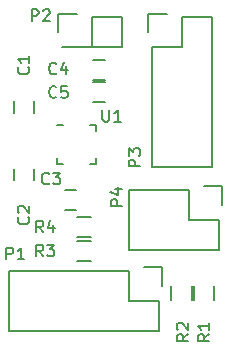
<source format=gto>
G04 #@! TF.FileFunction,Legend,Top*
%FSLAX46Y46*%
G04 Gerber Fmt 4.6, Leading zero omitted, Abs format (unit mm)*
G04 Created by KiCad (PCBNEW 0.201509061501+6161~29~ubuntu14.04.1-product) date Sam 12 Sep 2015 09:24:29 CEST*
%MOMM*%
G01*
G04 APERTURE LIST*
%ADD10C,0.100000*%
%ADD11C,0.150000*%
G04 APERTURE END LIST*
D10*
D11*
X100750000Y-108720000D02*
X100750000Y-109720000D01*
X102450000Y-109720000D02*
X102450000Y-108720000D01*
X102450000Y-115435000D02*
X102450000Y-114435000D01*
X100750000Y-114435000D02*
X100750000Y-115435000D01*
X105037000Y-117944000D02*
X106037000Y-117944000D01*
X106037000Y-116244000D02*
X105037000Y-116244000D01*
X108450000Y-105195000D02*
X107450000Y-105195000D01*
X107450000Y-106895000D02*
X108450000Y-106895000D01*
X108450000Y-107100000D02*
X107450000Y-107100000D01*
X107450000Y-108800000D02*
X108450000Y-108800000D01*
X113030000Y-128143000D02*
X100330000Y-128143000D01*
X100330000Y-128143000D02*
X100330000Y-123063000D01*
X100330000Y-123063000D02*
X110490000Y-123063000D01*
X113030000Y-128143000D02*
X113030000Y-125603000D01*
X113310000Y-124333000D02*
X113310000Y-122783000D01*
X113030000Y-125603000D02*
X110490000Y-125603000D01*
X110490000Y-125603000D02*
X110490000Y-123063000D01*
X113310000Y-122783000D02*
X111760000Y-122783000D01*
X104495000Y-102870000D02*
X104495000Y-101320000D01*
X106045000Y-101320000D02*
X104495000Y-101320000D01*
X104775000Y-104140000D02*
X107315000Y-104140000D01*
X109855000Y-101600000D02*
X107315000Y-101600000D01*
X107315000Y-101600000D02*
X107315000Y-104140000D01*
X107315000Y-104140000D02*
X109855000Y-104140000D01*
X109855000Y-104140000D02*
X109855000Y-101600000D01*
X117475000Y-101600000D02*
X117475000Y-114300000D01*
X117475000Y-114300000D02*
X112395000Y-114300000D01*
X112395000Y-114300000D02*
X112395000Y-104140000D01*
X117475000Y-101600000D02*
X114935000Y-101600000D01*
X113665000Y-101320000D02*
X112115000Y-101320000D01*
X114935000Y-101600000D02*
X114935000Y-104140000D01*
X114935000Y-104140000D02*
X112395000Y-104140000D01*
X112115000Y-101320000D02*
X112115000Y-102870000D01*
X115965000Y-125568000D02*
X115965000Y-124368000D01*
X117715000Y-124368000D02*
X117715000Y-125568000D01*
X114060000Y-125568000D02*
X114060000Y-124368000D01*
X115810000Y-124368000D02*
X115810000Y-125568000D01*
X106080000Y-120537000D02*
X107280000Y-120537000D01*
X107280000Y-122287000D02*
X106080000Y-122287000D01*
X106080000Y-118505000D02*
X107280000Y-118505000D01*
X107280000Y-120255000D02*
X106080000Y-120255000D01*
X107695000Y-110745000D02*
X107695000Y-111270000D01*
X104395000Y-114045000D02*
X104395000Y-113520000D01*
X107695000Y-114045000D02*
X107695000Y-113520000D01*
X104395000Y-110745000D02*
X104920000Y-110745000D01*
X104395000Y-114045000D02*
X104920000Y-114045000D01*
X107695000Y-114045000D02*
X107170000Y-114045000D01*
X107695000Y-110745000D02*
X107170000Y-110745000D01*
X115570000Y-116205000D02*
X110490000Y-116205000D01*
X118390000Y-115925000D02*
X118390000Y-117475000D01*
X118110000Y-118745000D02*
X115570000Y-118745000D01*
X115570000Y-118745000D02*
X115570000Y-116205000D01*
X110490000Y-116205000D02*
X110490000Y-121285000D01*
X110490000Y-121285000D02*
X115570000Y-121285000D01*
X118390000Y-115925000D02*
X116840000Y-115925000D01*
X118110000Y-121285000D02*
X118110000Y-118745000D01*
X115570000Y-121285000D02*
X118110000Y-121285000D01*
X101957143Y-105830666D02*
X102004762Y-105878285D01*
X102052381Y-106021142D01*
X102052381Y-106116380D01*
X102004762Y-106259238D01*
X101909524Y-106354476D01*
X101814286Y-106402095D01*
X101623810Y-106449714D01*
X101480952Y-106449714D01*
X101290476Y-106402095D01*
X101195238Y-106354476D01*
X101100000Y-106259238D01*
X101052381Y-106116380D01*
X101052381Y-106021142D01*
X101100000Y-105878285D01*
X101147619Y-105830666D01*
X102052381Y-104878285D02*
X102052381Y-105449714D01*
X102052381Y-105164000D02*
X101052381Y-105164000D01*
X101195238Y-105259238D01*
X101290476Y-105354476D01*
X101338095Y-105449714D01*
X101957143Y-118530666D02*
X102004762Y-118578285D01*
X102052381Y-118721142D01*
X102052381Y-118816380D01*
X102004762Y-118959238D01*
X101909524Y-119054476D01*
X101814286Y-119102095D01*
X101623810Y-119149714D01*
X101480952Y-119149714D01*
X101290476Y-119102095D01*
X101195238Y-119054476D01*
X101100000Y-118959238D01*
X101052381Y-118816380D01*
X101052381Y-118721142D01*
X101100000Y-118578285D01*
X101147619Y-118530666D01*
X101147619Y-118149714D02*
X101100000Y-118102095D01*
X101052381Y-118006857D01*
X101052381Y-117768761D01*
X101100000Y-117673523D01*
X101147619Y-117625904D01*
X101242857Y-117578285D01*
X101338095Y-117578285D01*
X101480952Y-117625904D01*
X102052381Y-118197333D01*
X102052381Y-117578285D01*
X103719334Y-115673143D02*
X103671715Y-115720762D01*
X103528858Y-115768381D01*
X103433620Y-115768381D01*
X103290762Y-115720762D01*
X103195524Y-115625524D01*
X103147905Y-115530286D01*
X103100286Y-115339810D01*
X103100286Y-115196952D01*
X103147905Y-115006476D01*
X103195524Y-114911238D01*
X103290762Y-114816000D01*
X103433620Y-114768381D01*
X103528858Y-114768381D01*
X103671715Y-114816000D01*
X103719334Y-114863619D01*
X104052667Y-114768381D02*
X104671715Y-114768381D01*
X104338381Y-115149333D01*
X104481239Y-115149333D01*
X104576477Y-115196952D01*
X104624096Y-115244571D01*
X104671715Y-115339810D01*
X104671715Y-115577905D01*
X104624096Y-115673143D01*
X104576477Y-115720762D01*
X104481239Y-115768381D01*
X104195524Y-115768381D01*
X104100286Y-115720762D01*
X104052667Y-115673143D01*
X104333334Y-106357143D02*
X104285715Y-106404762D01*
X104142858Y-106452381D01*
X104047620Y-106452381D01*
X103904762Y-106404762D01*
X103809524Y-106309524D01*
X103761905Y-106214286D01*
X103714286Y-106023810D01*
X103714286Y-105880952D01*
X103761905Y-105690476D01*
X103809524Y-105595238D01*
X103904762Y-105500000D01*
X104047620Y-105452381D01*
X104142858Y-105452381D01*
X104285715Y-105500000D01*
X104333334Y-105547619D01*
X105190477Y-105785714D02*
X105190477Y-106452381D01*
X104952381Y-105404762D02*
X104714286Y-106119048D01*
X105333334Y-106119048D01*
X104333334Y-108357143D02*
X104285715Y-108404762D01*
X104142858Y-108452381D01*
X104047620Y-108452381D01*
X103904762Y-108404762D01*
X103809524Y-108309524D01*
X103761905Y-108214286D01*
X103714286Y-108023810D01*
X103714286Y-107880952D01*
X103761905Y-107690476D01*
X103809524Y-107595238D01*
X103904762Y-107500000D01*
X104047620Y-107452381D01*
X104142858Y-107452381D01*
X104285715Y-107500000D01*
X104333334Y-107547619D01*
X105238096Y-107452381D02*
X104761905Y-107452381D01*
X104714286Y-107928571D01*
X104761905Y-107880952D01*
X104857143Y-107833333D01*
X105095239Y-107833333D01*
X105190477Y-107880952D01*
X105238096Y-107928571D01*
X105285715Y-108023810D01*
X105285715Y-108261905D01*
X105238096Y-108357143D01*
X105190477Y-108404762D01*
X105095239Y-108452381D01*
X104857143Y-108452381D01*
X104761905Y-108404762D01*
X104714286Y-108357143D01*
X100099905Y-122118381D02*
X100099905Y-121118381D01*
X100480858Y-121118381D01*
X100576096Y-121166000D01*
X100623715Y-121213619D01*
X100671334Y-121308857D01*
X100671334Y-121451714D01*
X100623715Y-121546952D01*
X100576096Y-121594571D01*
X100480858Y-121642190D01*
X100099905Y-121642190D01*
X101623715Y-122118381D02*
X101052286Y-122118381D01*
X101338000Y-122118381D02*
X101338000Y-121118381D01*
X101242762Y-121261238D01*
X101147524Y-121356476D01*
X101052286Y-121404095D01*
X102261905Y-101952381D02*
X102261905Y-100952381D01*
X102642858Y-100952381D01*
X102738096Y-101000000D01*
X102785715Y-101047619D01*
X102833334Y-101142857D01*
X102833334Y-101285714D01*
X102785715Y-101380952D01*
X102738096Y-101428571D01*
X102642858Y-101476190D01*
X102261905Y-101476190D01*
X103214286Y-101047619D02*
X103261905Y-101000000D01*
X103357143Y-100952381D01*
X103595239Y-100952381D01*
X103690477Y-101000000D01*
X103738096Y-101047619D01*
X103785715Y-101142857D01*
X103785715Y-101238095D01*
X103738096Y-101380952D01*
X103166667Y-101952381D01*
X103785715Y-101952381D01*
X111452381Y-114238095D02*
X110452381Y-114238095D01*
X110452381Y-113857142D01*
X110500000Y-113761904D01*
X110547619Y-113714285D01*
X110642857Y-113666666D01*
X110785714Y-113666666D01*
X110880952Y-113714285D01*
X110928571Y-113761904D01*
X110976190Y-113857142D01*
X110976190Y-114238095D01*
X110452381Y-113333333D02*
X110452381Y-112714285D01*
X110833333Y-113047619D01*
X110833333Y-112904761D01*
X110880952Y-112809523D01*
X110928571Y-112761904D01*
X111023810Y-112714285D01*
X111261905Y-112714285D01*
X111357143Y-112761904D01*
X111404762Y-112809523D01*
X111452381Y-112904761D01*
X111452381Y-113190476D01*
X111404762Y-113285714D01*
X111357143Y-113333333D01*
X117292381Y-128436666D02*
X116816190Y-128770000D01*
X117292381Y-129008095D02*
X116292381Y-129008095D01*
X116292381Y-128627142D01*
X116340000Y-128531904D01*
X116387619Y-128484285D01*
X116482857Y-128436666D01*
X116625714Y-128436666D01*
X116720952Y-128484285D01*
X116768571Y-128531904D01*
X116816190Y-128627142D01*
X116816190Y-129008095D01*
X117292381Y-127484285D02*
X117292381Y-128055714D01*
X117292381Y-127770000D02*
X116292381Y-127770000D01*
X116435238Y-127865238D01*
X116530476Y-127960476D01*
X116578095Y-128055714D01*
X115514381Y-128436666D02*
X115038190Y-128770000D01*
X115514381Y-129008095D02*
X114514381Y-129008095D01*
X114514381Y-128627142D01*
X114562000Y-128531904D01*
X114609619Y-128484285D01*
X114704857Y-128436666D01*
X114847714Y-128436666D01*
X114942952Y-128484285D01*
X114990571Y-128531904D01*
X115038190Y-128627142D01*
X115038190Y-129008095D01*
X114609619Y-128055714D02*
X114562000Y-128008095D01*
X114514381Y-127912857D01*
X114514381Y-127674761D01*
X114562000Y-127579523D01*
X114609619Y-127531904D01*
X114704857Y-127484285D01*
X114800095Y-127484285D01*
X114942952Y-127531904D01*
X115514381Y-128103333D01*
X115514381Y-127484285D01*
X103211334Y-121864381D02*
X102878000Y-121388190D01*
X102639905Y-121864381D02*
X102639905Y-120864381D01*
X103020858Y-120864381D01*
X103116096Y-120912000D01*
X103163715Y-120959619D01*
X103211334Y-121054857D01*
X103211334Y-121197714D01*
X103163715Y-121292952D01*
X103116096Y-121340571D01*
X103020858Y-121388190D01*
X102639905Y-121388190D01*
X103544667Y-120864381D02*
X104163715Y-120864381D01*
X103830381Y-121245333D01*
X103973239Y-121245333D01*
X104068477Y-121292952D01*
X104116096Y-121340571D01*
X104163715Y-121435810D01*
X104163715Y-121673905D01*
X104116096Y-121769143D01*
X104068477Y-121816762D01*
X103973239Y-121864381D01*
X103687524Y-121864381D01*
X103592286Y-121816762D01*
X103544667Y-121769143D01*
X103211334Y-119832381D02*
X102878000Y-119356190D01*
X102639905Y-119832381D02*
X102639905Y-118832381D01*
X103020858Y-118832381D01*
X103116096Y-118880000D01*
X103163715Y-118927619D01*
X103211334Y-119022857D01*
X103211334Y-119165714D01*
X103163715Y-119260952D01*
X103116096Y-119308571D01*
X103020858Y-119356190D01*
X102639905Y-119356190D01*
X104068477Y-119165714D02*
X104068477Y-119832381D01*
X103830381Y-118784762D02*
X103592286Y-119499048D01*
X104211334Y-119499048D01*
X108238095Y-109452381D02*
X108238095Y-110261905D01*
X108285714Y-110357143D01*
X108333333Y-110404762D01*
X108428571Y-110452381D01*
X108619048Y-110452381D01*
X108714286Y-110404762D01*
X108761905Y-110357143D01*
X108809524Y-110261905D01*
X108809524Y-109452381D01*
X109809524Y-110452381D02*
X109238095Y-110452381D01*
X109523809Y-110452381D02*
X109523809Y-109452381D01*
X109428571Y-109595238D01*
X109333333Y-109690476D01*
X109238095Y-109738095D01*
X109926381Y-117578095D02*
X108926381Y-117578095D01*
X108926381Y-117197142D01*
X108974000Y-117101904D01*
X109021619Y-117054285D01*
X109116857Y-117006666D01*
X109259714Y-117006666D01*
X109354952Y-117054285D01*
X109402571Y-117101904D01*
X109450190Y-117197142D01*
X109450190Y-117578095D01*
X109259714Y-116149523D02*
X109926381Y-116149523D01*
X108878762Y-116387619D02*
X109593048Y-116625714D01*
X109593048Y-116006666D01*
M02*

</source>
